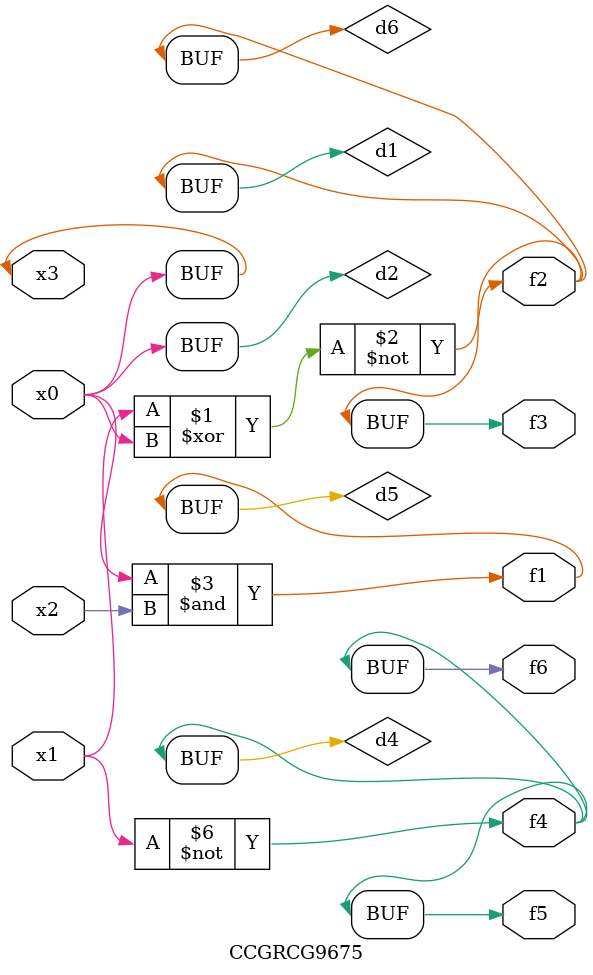
<source format=v>
module CCGRCG9675(
	input x0, x1, x2, x3,
	output f1, f2, f3, f4, f5, f6
);

	wire d1, d2, d3, d4, d5, d6;

	xnor (d1, x1, x3);
	buf (d2, x0, x3);
	nand (d3, x0, x2);
	not (d4, x1);
	nand (d5, d3);
	or (d6, d1);
	assign f1 = d5;
	assign f2 = d6;
	assign f3 = d6;
	assign f4 = d4;
	assign f5 = d4;
	assign f6 = d4;
endmodule

</source>
